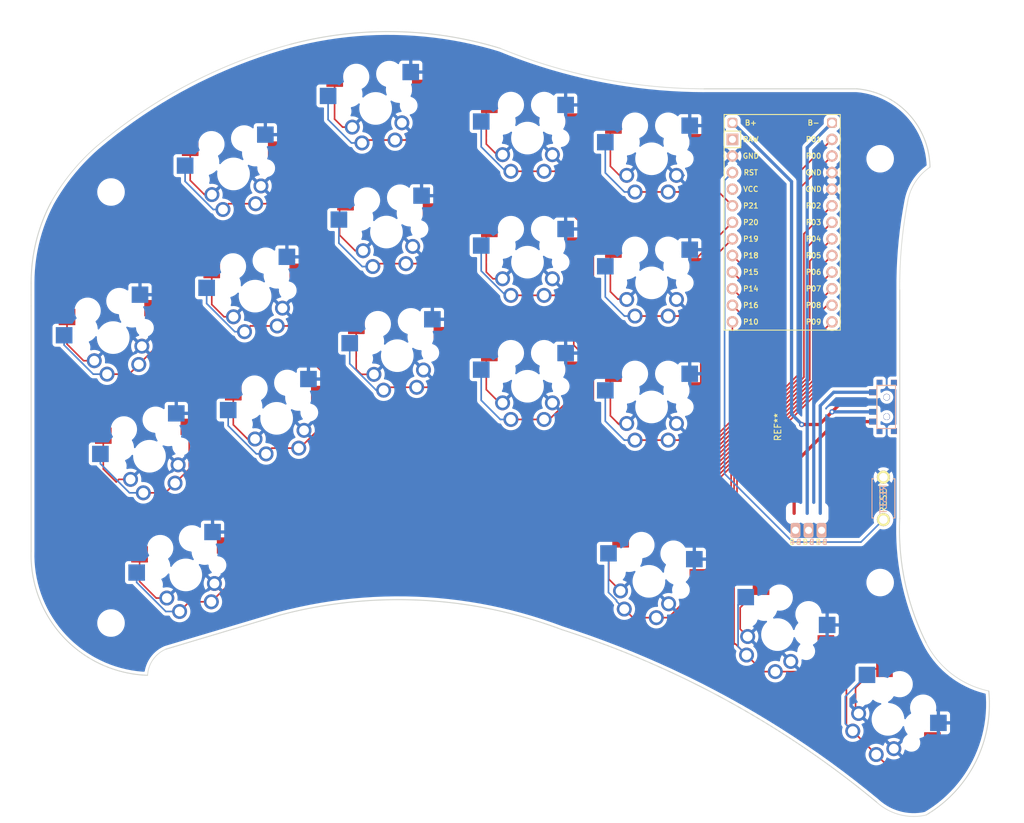
<source format=kicad_pcb>
(kicad_pcb (version 20211014) (generator pcbnew)
  (title_block (title "owl_generated") (rev "v1.0.0") (company "Unknown"))
  (layers (0 "F.Cu" signal) (31 "B.Cu" signal) (34 "B.Paste" user) (35 "F.Paste" user) (36 "B.SilkS" user "B.Silkscreen") (37 "F.SilkS" user "F.Silkscreen") (38 "B.Mask" user) (39 "F.Mask" user) (44 "Edge.Cuts" user))
  (net 0 "")
  (net 1 "P6")
  (net 2 "GND")
  (net 3 "P5")
  (net 4 "P4")
  (net 5 "P3")
  (net 6 "P2")
  (net 7 "P0")
  (net 8 "P1")
  (net 9 "P18")
  (net 10 "P15")
  (net 11 "P14")
  (net 12 "P16")
  (net 13 "P10")
  (net 14 "P19")
  (net 15 "P20")
  (net 16 "P21")
  (net 17 "P7")
  (net 18 "P8")
  (net 19 "P9")
  (net 20 "RAW")
  (net 21 "RST")
  (net 22 "VCC")
  (net 23 "Braw")
  (net 24 "Bplus")
  (net 25 "Bminus")
  (footprint "E73:SPDT_C128955" (layer "F.Cu") (at 169.768682 -74.888168 -90)
    (fp_text reference "T1" hide)
    (fp_text value "" hide)
  )
  (footprint "Library:bat" (layer "F.Cu") (at 157.8 -56)
    (fp_text reference "" hide)
    (fp_text value "" hide)
  )
  (footprint "kbd:ResetSW" (layer "F.Cu") (at 169.268682 -60.888168 -90)
    (fp_text reference "B1" hide)
    (fp_text value "")
  )
  (footprint "MX" (layer "F.Cu") (at 56.889875 -67.339581 17)
    (fp_text reference "S3" hide)
    (fp_text value "" hide)
  )
  (footprint "MX" (layer "F.Cu") (at 153.051105 -40.030285 150)
    (fp_text reference "S34" hide)
    (fp_text value "" hide)
  )
  (footprint "MX" (layer "F.Cu") (at 62.444938 -49.16979 -163)
    (fp_text reference "S2" hide)
    (fp_text value "" hide)
  )
  (footprint "MX" (layer "F.Cu") (at 93.172512 -101.668094 5)
    (fp_text reference "S15" hide)
    (fp_text value "" hide)
  )
  (footprint "Library:ProMicro" (layer "F.Cu") (at 153.768682 -101.888168 -90)
    (fp_text reference "MCU1" hide)
    (fp_text value "" hide)
  )
  (footprint "SMDPad" (layer "F.Cu") (at 168.768682 -112.888168)
    (fp_text reference "MOUNTING_PAD2" hide)
    (fp_text value "" hide)
  )
  (footprint "MX" (layer "F.Cu") (at 133.768682 -93.888168 180)
    (fp_text reference "S28" hide)
    (fp_text value "" hide)
  )
  (footprint "MX" (layer "F.Cu") (at 91.516553 -120.595793 -175)
    (fp_text reference "S18" hide)
    (fp_text value "" hide)
  )
  (footprint "MX" (layer "F.Cu") (at 76.359108 -73.143828 10)
    (fp_text reference "S7" hide)
    (fp_text value "" hide)
  )
  (footprint "SMDPad" (layer "F.Cu") (at 168.768682 -48)
    (fp_text reference "MOUNTING_PAD1" hide)
    (fp_text value "" hide)
  )
  (footprint "MX" (layer "F.Cu") (at 133.768682 -93.888168)
    (fp_text reference "S27" hide)
    (fp_text value "" hide)
  )
  (footprint "MX" (layer "F.Cu") (at 133.768682 -74.888168 180)
    (fp_text reference "S26" hide)
    (fp_text value "" hide)
  )
  (footprint "MX" (layer "F.Cu") (at 133.356349 -48.18812 -15)
    (fp_text reference "S31" hide)
    (fp_text value "" hide)
  )
  (footprint "SMDPad" (layer "F.Cu") (at 51 -41.8 -17)
    (fp_text reference "MOUNTING_PAD4" hide)
    (fp_text value "" hide)
  )
  (footprint "MX" (layer "F.Cu") (at 114.768682 -116.054834 180)
    (fp_text reference "S24" hide)
    (fp_text value "" hide)
  )
  (footprint "MX" (layer "F.Cu") (at 51.334813 -85.509371 17)
    (fp_text reference "S5" hide)
    (fp_text value "" hide)
  )
  (footprint "MX" (layer "F.Cu") (at 73.059792 -91.855176 -170)
    (fp_text reference "S10" hide)
    (fp_text value "" hide)
  )
  (footprint "SMDPad" (layer "F.Cu") (at 51 -107.8 -17)
    (fp_text reference "MOUNTING_PAD3" hide)
    (fp_text value "" hide)
  )
  (footprint "MX" (layer "F.Cu") (at 93.172512 -101.668094 -175)
    (fp_text reference "S16" hide)
    (fp_text value "" hide)
  )
  (footprint "MX" (layer "F.Cu") (at 56.889875 -67.339581 -163)
    (fp_text reference "S4" hide)
    (fp_text value "" hide)
  )
  (footprint "MX" (layer "F.Cu") (at 169.963375 -27.053044 135)
    (fp_text reference "S36" hide)
    (fp_text value "" hide)
  )
  (footprint "MX" (layer "F.Cu") (at 114.768682 -97.054834)
    (fp_text reference "S21" hide)
    (fp_text value "" hide)
  )
  (footprint "MX" (layer "F.Cu") (at 153.051105 -40.030285 -30)
    (fp_text reference "S33" hide)
    (fp_text value "" hide)
  )
  (footprint "MX" (layer "F.Cu") (at 133.768682 -112.888168 180)
    (fp_text reference "S30" hide)
    (fp_text value "" hide)
  )
  (footprint "MX" (layer "F.Cu") (at 133.768682 -74.888168)
    (fp_text reference "S25" hide)
    (fp_text value "" hide)
  )
  (footprint "MX" (layer "F.Cu") (at 114.768682 -116.054834)
    (fp_text reference "S23" hide)
    (fp_text value "" hide)
  )
  (footprint "MX" (layer "F.Cu") (at 69.760477 -110.566523 10)
    (fp_text reference "S11" hide)
    (fp_text value "" hide)
  )
  (footprint "MX" (layer "F.Cu") (at 114.768682 -97.054834 180)
    (fp_text reference "S22" hide)
    (fp_text value "" hide)
  )
  (footprint "MX" (layer "F.Cu") (at 73.059792 -91.855176 10)
    (fp_text reference "S9" hide)
    (fp_text value "" hide)
  )
  (footprint "MX" (layer "F.Cu") (at 133.356349 -48.18812 165)
    (fp_text reference "S32" hide)
    (fp_text value "" hide)
  )
  (footprint "MX" (layer "F.Cu") (at 133.768682 -112.888168)
    (fp_text reference "S29" hide)
    (fp_text value "" hide)
  )
  (footprint "MX" (layer "F.Cu") (at 169.963375 -27.053044 -45)
    (fp_text reference "S35" hide)
    (fp_text value "" hide)
  )
  (footprint "MX" (layer "F.Cu") (at 51.334813 -85.509371 -163)
    (fp_text reference "S6" hide)
    (fp_text value "" hide)
  )
  (footprint "MX" (layer "F.Cu") (at 69.760477 -110.566523 -170)
    (fp_text reference "S12" hide)
    (fp_text value "" hide)
  )
  (footprint "MX" (layer "F.Cu") (at 114.768682 -78.054834 180)
    (fp_text reference "S20" hide)
    (fp_text value "" hide)
  )
  (footprint "MX" (layer "F.Cu") (at 91.516553 -120.595793 5)
    (fp_text reference "S17" hide)
    (fp_text value "" hide)
  )
  (footprint "MX" (layer "F.Cu") (at 62.444938 -49.16979 17)
    (fp_text reference "S1" hide)
    (fp_text value "" hide)
  )
  (footprint "MX" (layer "F.Cu") (at 114.768682 -78.054834)
    (fp_text reference "S19" hide)
    (fp_text value "" hide)
  )
  (footprint "MX" (layer "F.Cu") (at 94.828471 -82.740394 5)
    (fp_text reference "S13" hide)
    (fp_text value "" hide)
  )
  (footprint "MX" (layer "F.Cu") (at 76.359108 -73.143828 -170)
    (fp_text reference "S8" hide)
    (fp_text value "" hide)
  )
  (footprint "E73:SPDT_C128955" (layer "F.Cu") (at 169.768682 -74.888168 -90)
    (fp_text reference "T2" hide)
    (fp_text value "" hide)
  )
  (footprint "Library:battery layout" (layer "F.Cu") (at 153.6 -71.8 90)
    (fp_text reference "REF**")
    (fp_text value "battery layout")
  )
  (footprint "MX" (layer "F.Cu") (at 94.828471 -82.740394 -175)
    (fp_text reference "S14" hide)
    (fp_text value "" hide)
  )
  (gr_arc (start 185.4 -31.4) (mid 179.752958 -34.001135) (end 175.8 -38.8) (layer "Edge.Cuts") (width 0.1))
  (gr_arc (start 171.768682 -92.8) (mid 172.049729 -99.630295) (end 173 -106.4) (layer "Edge.Cuts") (width 0.1))
  (gr_line (start 38.768682 -90.356114) (end 38.768682 -52.8) (layer "Edge.Cuts") (width 0.15))
  (gr_arc (start 76.8 -43) (mid 98.572502 -45.287309) (end 120 -40.8) (layer "Edge.Cuts") (width 0.15))
  (gr_line (start 38.768682 -93.8) (end 38.768682 -92.03172) (layer "Edge.Cuts") (width 0.15))
  (gr_arc (start 141.8 -123.6) (mid 125.899309 -125.186844) (end 110.6 -129.8) (layer "Edge.Cuts") (width 0.1))
  (gr_arc (start 41.8 -106.2) (mid 44.931351 -110.800064) (end 48.8 -114.8) (layer "Edge.Cuts") (width 0.1))
  (gr_arc (start 38.768682 -93.8) (mid 39.521849 -100.1864) (end 41.8 -106.2) (layer "Edge.Cuts") (width 0.15))
  (gr_arc (start 120 -40.8) (mid 145.364718 -29.909068) (end 168.2 -14.4) (layer "Edge.Cuts") (width 0.15))
  (gr_arc (start 175.8 -38.8) (mid 172.573527 -48.043096) (end 171.768682 -57.8) (layer "Edge.Cuts") (width 0.15))
  (gr_arc (start 56.6 -33.8) (mid 43.750353 -39.609512) (end 38.768682 -52.8) (layer "Edge.Cuts") (width 0.15))
  (gr_line (start 59.4 -37.8) (end 76.8 -43) (layer "Edge.Cuts") (width 0.15))
  (gr_arc (start 48.8 -114.8) (mid 62.743036 -124.226035) (end 78.4 -130.4) (layer "Edge.Cuts") (width 0.1))
  (gr_line (start 171.768682 -57.8) (end 171.768682 -92.8) (layer "Edge.Cuts") (width 0.15))
  (gr_arc (start 78.4 -130.4) (mid 94.537786 -132.356495) (end 110.6 -129.8) (layer "Edge.Cuts") (width 0.15))
  (gr_arc (start 175.8 -12.4) (mid 171.752461 -12.459353) (end 168.2 -14.4) (layer "Edge.Cuts") (width 0.1))
  (gr_line (start 38.768682 -90.356114) (end 38.768682 -92.03172) (layer "Edge.Cuts") (width 0.15))
  (gr_arc (start 185.4 -31.4) (mid 183.375531 -20.497626) (end 175.8 -12.4) (layer "Edge.Cuts") (width 0.15))
  (gr_arc (start 173 -106.4) (mid 174.170522 -109.346197) (end 176.4 -111.6) (layer "Edge.Cuts") (width 0.1))
  (gr_arc (start 165.2 -123.6) (mid 173.115141 -119.760798) (end 176.4 -111.6) (layer "Edge.Cuts") (width 0.15))
  (gr_arc (start 56.6 -33.8) (mid 57.428682 -36.199923) (end 59.4 -37.8) (layer "Edge.Cuts") (width 0.1))
  (gr_line (start 165.2 -123.6) (end 141.8 -123.6) (layer "Edge.Cuts") (width 0.15))
  (segment (start 68.477733 -52.122267) (end 70 -50.6) (width 0.25) (layer "F.Cu") (net 1))
  (segment (start 140.800356 -60.6) (end 158.9 -78.699644) (width 0.25) (layer "F.Cu") (net 1))
  (segment (start 68.477733 -54.077733) (end 75 -60.6) (width 0.25) (layer "F.Cu") (net 1))
  (segment (start 158.9 -78.699644) (end 158.9 -93.049486) (width 0.25) (layer "F.Cu") (net 1))
  (segment (start 70 -48.695186) (end 66.3592 -45.054386) (width 0.25) (layer "F.Cu") (net 1))
  (segment (start 158.9 -93.049486) (end 161.388682 -95.538168) (width 0.25) (layer "F.Cu") (net 1))
  (segment (start 66.3592 -45.054386) (end 62.98642 -45.054386) (width 0.25) (layer "F.Cu") (net 1))
  (segment (start 70 -50.6) (end 70 -48.695186) (width 0.25) (layer "F.Cu") (net 1))
  (segment (start 75 -60.6) (end 140.800356 -60.6) (width 0.25) (layer "F.Cu") (net 1))
  (segment (start 62.98642 -45.054386) (end 61.501172 -43.569138) (width 0.25) (layer "F.Cu") (net 1))
  (segment (start 68.477733 -53.670258) (end 68.477733 -54.077733) (width 0.25) (layer "F.Cu") (net 1))
  (segment (start 68.477733 -53.670258) (end 68.477733 -52.122267) (width 0.25) (layer "F.Cu") (net 1))
  (segment (start 59.385108 -43.569138) (end 61.501172 -43.569138) (width 0.25) (layer "B.Cu") (net 1))
  (segment (start 54.926895 -48.027351) (end 59.385108 -43.569138) (width 0.25) (layer "B.Cu") (net 1))
  (segment (start 54.926895 -49.527351) (end 54.926895 -48.027351) (width 0.25) (layer "B.Cu") (net 1))
  (segment (start 127.223545 -48.515995) (end 129.018771 -46.720769) (width 0.25) (layer "F.Cu") (net 2))
  (segment (start 165 -31.876504) (end 165 -28.424317) (width 0.25) (layer "F.Cu") (net 2))
  (segment (start 57.910926 -45.62684) (end 59.544041 -45.62684) (width 0.25) (layer "F.Cu") (net 2))
  (segment (start 129.494996 -110.348168) (end 129.958682 -110.348168) (width 0.25) (layer "F.Cu") (net 2))
  (segment (start 147.338548 -44.157457) (end 150.531785 -47.350694) (width 0.25) (layer "F.Cu") (net 2))
  (segment (start 88.56595 -87.291899) (end 88.541901 -87.26785) (width 0.25) (layer "F.Cu") (net 2))
  (segment (start 148.481548 -39.73558) (end 147.338548 -40.87858) (width 0.25) (layer "F.Cu") (net 2))
  (segment (start 85.229983 -118.970017) (end 86.466605 -117.733395) (width 0.25) (layer "F.Cu") (net 2))
  (segment (start 89.322004 -79.877996) (end 91.254345 -79.877996) (width 0.25) (layer "F.Cu") (net 2))
  (segment (start 128.5 -72.5) (end 128.8 -72.2) (width 0.25) (layer "F.Cu") (net 2))
  (segment (start 86 -105.309608) (end 86 -103.309991) (width 0.25) (layer "F.Cu") (net 2))
  (segment (start 44.262832 -84.50439) (end 46.800801 -81.966421) (width 0.25) (layer "F.Cu") (net 2))
  (segment (start 127.462781 -92.537219) (end 128.6 -91.4) (width 0.25) (layer "F.Cu") (net 2))
  (segment (start 128.651832 -72.348168) (end 129.958682 -72.348168) (width 0.25) (layer "F.Cu") (net 2))
  (segment (start 88.541901 -87.26785) (end 88.541901 -80.658099) (width 0.25) (layer "F.Cu") (net 2))
  (segment (start 127.223545 -52.802378) (end 127.223545 -48.515995) (width 0.25) (layer "F.Cu") (net 2))
  (segment (start 128.5 -72.5) (end 128.651832 -72.348168) (width 0.25) (layer "F.Cu") (net 2))
  (segment (start 108.462781 -120.670933) (end 108.462781 -115.137219) (width 0.25) (layer "F.Cu") (net 2))
  (segment (start 108.462781 -77.547049) (end 110.494996 -75.514834) (width 0.25) (layer "F.Cu") (net 2))
  (segment (start 127.462781 -73.537219) (end 128.5 -72.5) (width 0.25) (layer "F.Cu") (net 2))
  (segment (start 108.926682 -83.134834) (end 108.462781 -82.670933) (width 0.25) (layer "F.Cu") (net 2))
  (segment (start 86.466605 -117.733395) (end 87.942427 -117.733395) (width 0.25) (layer "F.Cu") (net 2))
  (segment (start 69.723728 -77.132199) (end 69.723728 -72.160566) (width 0.25) (layer "F.Cu") (net 2))
  (segment (start 46.800801 -81.966421) (end 48.433916 -81.966421) (width 0.25) (layer "F.Cu") (net 2))
  (segment (start 55.372957 -52.319783) (end 55.372957 -48.164809) (width 0.25) (layer "F.Cu") (net 2))
  (segment (start 65.304846 -107.403512) (end 66.449426 -107.403512) (width 0.25) (layer "F.Cu") (net 2))
  (segment (start 165 -28.424317) (end 165.473247 -27.95107) (width 0.25) (layer "F.Cu") (net 2))
  (segment (start 147.338548 -40.87858) (end 147.338548 -44.157457) (width 0.25) (layer "F.Cu") (net 2))
  (segment (start 129.90685 -91.4) (end 129.958682 -91.348168) (width 0.25) (layer "F.Cu") (net 2))
  (segment (start 127.462781 -79.504267) (end 127.462781 -73.537219) (width 0.25) (layer "F.Cu") (net 2))
  (segment (start 49.817894 -70.489574) (end 49.817894 -65.382106) (width 0.25) (layer "F.Cu") (net 2))
  (segment (start 108.926682 -121.134834) (end 108.462781 -120.670933) (width 0.25) (layer "F.Cu") (net 2))
  (segment (start 127.462781 -111.737219) (end 128.8 -110.4) (width 0.25) (layer "F.Cu") (net 2))
  (segment (start 52.196631 -63.796631) (end 53.988978 -63.796631) (width 0.25) (layer "F.Cu") (net 2))
  (segment (start 85.254032 -125.147298) (end 85.229983 -125.123249) (width 0.25) (layer "F.Cu") (net 2))
  (segment (start 71.903477 -69.980817) (end 73.048057 -69.980817) (width 0.25) (layer "F.Cu") (net 2))
  (segment (start 129.028211 -54.607044) (end 127.223545 -52.802378) (width 0.25) (layer "F.Cu") (net 2))
  (segment (start 110.494996 -75.514834) (end 110.958682 -75.514834) (width 0.25) (layer "F.Cu") (net 2))
  (segment (start 44.262832 -88.659364) (end 44.262832 -84.50439) (width 0.25) (layer "F.Cu") (net 2))
  (segment (start 108.462781 -115.137219) (end 110.085166 -113.514834) (width 0.25) (layer "F.Cu") (net 2))
  (segment (start 109.485166 -94.514834) (end 110.958682 -94.514834) (width 0.25) (layer "F.Cu") (net 2))
  (segment (start 110.085166 -113.514834) (end 110.958682 -113.514834) (width 0.25) (layer "F.Cu") (net 2))
  (segment (start 88.541901 -80.658099) (end 89.322004 -79.877996) (width 0.25) (layer "F.Cu") (net 2))
  (segment (start 127.462781 -98.504267) (end 127.462781 -92.537219) (width 0.25) (layer "F.Cu") (net 2))
  (segment (start 66.424412 -95.843547) (end 66.424412 -90.575588) (width 0.25) (layer "F.Cu") (net 2))
  (segment (start 86 -101.2) (end 88.394304 -98.805696) (width 0.25) (layer "F.Cu") (net 2))
  (segment (start 55.372957 -48.164809) (end 57.910926 -45.62684) (width 0.25) (layer "F.Cu") (net 2))
  (segment (start 108.926682 -102.134834) (end 108.462781 -101.670933) (width 0.25) (layer "F.Cu") (net 2))
  (segment (start 68.307835 -88.692165) (end 69.748741 -88.692165) (width 0.25) (layer "F.Cu") (net 2))
  (segment (start 86.909991 -106.219599) (end 86 -105.309608) (width 0.25) (layer "F.Cu") (net 2))
  (segment (start 169.42456 -34.776064) (end 167.89956 -34.776064) (width 0.25) (layer "F.Cu") (net 2))
  (segment (start 108.462781 -82.670933) (end 108.462781 -77.547049) (width 0.25) (layer "F.Cu") (net 2))
  (segment (start 86 -103.4) (end 86 -101.2) (width 0.25) (layer "F.Cu") (net 2))
  (segment (start 85.229983 -125.123249) (end 85.229983 -118.970017) (width 0.25) (layer "F.Cu") (net 2))
  (segment (start 88.394304 -98.805696) (end 89.598386 -98.805696) (width 0.25) (layer "F.Cu") (net 2))
  (segment (start 128.6 -91.4) (end 129.90685 -91.4) (width 0.25) (layer "F.Cu") (net 2))
  (segment (start 63.125097 -114.554894) (end 63.125097 -109.583261) (width 0.25) (layer "F.Cu") (net 2))
  (segment (start 49.817894 -65.382106) (end 51.8 -63.4) (width 0.25) (layer "F.Cu") (net 2))
  (segment (start 127.926682 -79.968168) (end 127.462781 -79.504267) (width 0.25) (layer "F.Cu") (net 2))
  (segment (start 167.89956 -34.776064) (end 165 -31.876504) (width 0.25) (layer "F.Cu") (net 2))
  (segment (start 127.926682 -98.968168) (end 127.462781 -98.504267) (width 0.25) (layer "F.Cu") (net 2))
  (segment (start 127.926682 -117.968168) (end 127.462781 -117.504267) (width 0.25) (layer "F.Cu") (net 2))
  (segment (start 51.8 -63.4) (end 52.196631 -63.796631) (width 0.25) (layer "F.Cu") (net 2))
  (segment (start 66.424412 -90.575588) (end 68.307835 -88.692165) (width 0.25) (layer "F.Cu") (net 2))
  (segment (start 69.723728 -72.160566) (end 71.903477 -69.980817) (width 0.25) (layer "F.Cu") (net 2))
  (segment (start 108.462781 -95.537219) (end 109.485166 -94.514834) (width 0.25) (layer "F.Cu") (net 2))
  (segment (start 108.462781 -101.670933) (end 108.462781 -95.537219) (width 0.25) (layer "F.Cu") (net 2))
  (segment (start 127.462781 -117.504267) (end 127.462781 -111.737219) (width 0.25) (layer "F.Cu") (net 2))
  (segment (start 63.125097 -109.583261) (end 65.304846 -107.403512) (width 0.25) (layer "F.Cu") (net 2))
  (segment (start 138.748168 -110.348168) (end 137.578682 -110.348168) (width 0.25) (layer "B.Cu") (net 2))
  (segment (start 139.610682 -117.968168) (end 140.074583 -117.504267) (width 0.25) (layer "B.Cu") (net 2))
  (segment (start 62.973804 -65.393844) (end 60.804137 -63.224177) (width 0.25) (layer "F.Cu") (net 3))
  (segment (start 59.318889 -61.738929) (end 55.946109 -61.738929) (width 0.25) (layer "F.Cu") (net 3))
  (segment (start 62.92267 -71.840049) (end 62.973804 -71.788915) (width 0.25) (layer "F.Cu") (net 3))
  (segment (start 158.45 -78.88604) (end 158.45 -95.139486) (width 0.25) (layer "F.Cu") (net 3))
  (segment (start 73.712719 -61.05) (end 140.61396 -61.05) (width 0.25) (layer "F.Cu") (net 3))
  (segment (start 60.804137 -63.224177) (end 59.318889 -61.738929) (width 0.25) (layer "F.Cu") (net 3))
  (segment (start 158.45 -95.139486) (end 161.388682 -98.078168) (width 0.25) (layer "F.Cu") (net 3))
  (segment (start 62.973804 -71.788915) (end 62.973804 -65.393844) (width 0.25) (layer "F.Cu") (net 3))
  (segment (start 62.92267 -71.840049) (end 73.712719 -61.05) (width 0.25) (layer "F.Cu") (net 3))
  (segment (start 140.61396 -61.05) (end 158.45 -78.88604) (width 0.25) (layer "F.Cu") (net 3))
  (segment (start 49.371832 -67.697142) (end 49.371832 -66.197142) (width 0.25) (layer "B.Cu") (net 3))
  (segment (start 49.371832 -66.197142) (end 53.830045 -61.738929) (width 0.25) (layer "B.Cu") (net 3))
  (segment (start 53.830045 -61.738929) (end 55.946109 -61.738929) (width 0.25) (layer "B.Cu") (net 3))
  (segment (start 140.427564 -61.5) (end 158 -79.072436) (width 0.25) (layer "F.Cu") (net 4))
  (segment (start 58.4 -84.544892) (end 55.249075 -81.393967) (width 0.25) (layer "F.Cu") (net 4))
  (segment (start 57.367608 -88.432392) (end 58.4 -87.4) (width 0.25) (layer "F.Cu") (net 4))
  (segment (start 55.249075 -81.393967) (end 53.763827 -79.908719) (width 0.25) (layer "F.Cu") (net 4))
  (segment (start 73.899115 -61.5) (end 140.427564 -61.5) (width 0.25) (layer "F.Cu") (net 4))
  (segment (start 53.763827 -79.908719) (end 50.391047 -79.908719) (width 0.25) (layer "F.Cu") (net 4))
  (segment (start 58.4 -87.4) (end 58.4 -84.544892) (width 0.25) (layer "F.Cu") (net 4))
  (segment (start 158 -97.229486) (end 161.388682 -100.618168) (width 0.25) (layer "F.Cu") (net 4))
  (segment (start 65.4 -81.977447) (end 65.4 -69.999115) (width 0.25) (layer "F.Cu") (net 4))
  (segment (start 65.4 -69.999115) (end 73.899115 -61.5) (width 0.25) (layer "F.Cu") (net 4))
  (segment (start 57.367608 -90.009839) (end 57.367608 -88.432392) (width 0.25) (layer "F.Cu") (net 4))
  (segment (start 57.367608 -90.009839) (end 65.4 -81.977447) (width 0.25) (layer "F.Cu") (net 4))
  (segment (start 158 -79.072436) (end 158 -97.229486) (width 0.25) (layer "F.Cu") (net 4))
  (segment (start 48.274983 -79.908719) (end 50.391047 -79.908719) (width 0.25) (layer "B.Cu") (net 4))
  (segment (start 43.81677 -85.866932) (end 43.81677 -84.366932) (width 0.25) (layer "B.Cu") (net 4))
  (segment (start 43.81677 -84.366932) (end 48.274983 -79.908719) (width 0.25) (layer "B.Cu") (net 4))
  (segment (start 79.742652 -68.582071) (end 75.621962 -68.582071) (width 0.25) (layer "F.Cu") (net 5))
  (segment (start 140.241168 -61.95) (end 157.55 -79.258832) (width 0.25) (layer "F.Cu") (net 5))
  (segment (start 157.55 -99.319486) (end 161.388682 -103.158168) (width 0.25) (layer "F.Cu") (net 5))
  (segment (start 82.895405 -71.571063) (end 79.906413 -68.582071) (width 0.25) (layer "F.Cu") (net 5))
  (segment (start 86.2 -61.95) (end 140.241168 -61.95) (width 0.25) (layer "F.Cu") (net 5))
  (segment (start 82.895405 -65.254595) (end 86.2 -61.95) (width 0.25) (layer "F.Cu") (net 5))
  (segment (start 75.621962 -68.582071) (end 74.739829 -67.699938) (width 0.25) (layer "F.Cu") (net 5))
  (segment (start 79.906413 -68.582071) (end 79.742652 -68.582071) (width 0.25) (layer "F.Cu") (net 5))
  (segment (start 157.55 -79.258832) (end 157.55 -99.319486) (width 0.25) (layer "F.Cu") (net 5))
  (segment (start 82.895405 -76.875537) (end 82.895405 -65.254595) (width 0.25) (layer "F.Cu") (net 5))
  (segment (start 82.895405 -76.875537) (end 82.895405 -71.571063) (width 0.25) (layer "F.Cu") (net 5))
  (segment (start 68.940679 -74.414942) (end 68.940679 -72.012129) (width 0.25) (layer "B.Cu") (net 5))
  (segment (start 73.25287 -67.699938) (end 74.739829 -67.699938) (width 0.25) (layer "B.Cu") (net 5))
  (segment (start 68.940679 -72.012129) (end 73.25287 -67.699938) (width 0.25) (layer "B.Cu") (net 5))
  (segment (start 79.596089 -84.003911) (end 85.2 -78.4) (width 0.25) (layer "F.Cu") (net 6))
  (segment (start 85.2 -78.4) (end 85.2 -63.586396) (width 0.25) (layer "F.Cu") (net 6))
  (segment (start 86.386396 -62.4) (end 140.054772 -62.4) (width 0.25) (layer "F.Cu") (net 6))
  (segment (start 140.054772 -62.4) (end 157.1 -79.445228) (width 0.25) (layer "F.Cu") (net 6))
  (segment (start 76.443336 -87.293419) (end 72.322646 -87.293419) (width 0.25) (layer "F.Cu") (net 6))
  (segment (start 78.059782 -87.293419) (end 76.443336 -87.293419) (width 0.25) (layer "F.Cu") (net 6))
  (segment (start 72.322646 -87.293419) (end 71.440513 -86.411286) (width 0.25) (layer "F.Cu") (net 6))
  (segment (start 79.596089 -95.586885) (end 79.596089 -84.003911) (width 0.25) (layer "F.Cu") (net 6))
  (segment (start 157.1 -101.409486) (end 161.388682 -105.698168) (width 0.25) (layer "F.Cu") (net 6))
  (segment (start 79.596089 -88.829726) (end 78.059782 -87.293419) (width 0.25) (layer "F.Cu") (net 6))
  (segment (start 85.2 -63.586396) (end 86.386396 -62.4) (width 0.25) (layer "F.Cu") (net 6))
  (segment (start 79.596089 -95.586885) (end 79.596089 -88.829726) (width 0.25) (layer "F.Cu") (net 6))
  (segment (start 157.1 -79.445228) (end 157.1 -101.409486) (width 0.25) (layer "F.Cu") (net 6))
  (segment (start 65.641363 -90.723477) (end 69.953554 -86.411286) (width 0.25) (layer "B.Cu") (net 6))
  (segment (start 69.953554 -86.411286) (end 71.440513 -86.411286) (width 0.25) (layer "B.Cu") (net 6))
  (segment (start 65.641363 -93.12629) (end 65.641363 -90.723477) (width 0.25) (layer "B.Cu") (net 6))
  (segment (start 76.296774 -105.303226) (end 82 -99.6) (width 0.25) (layer "F.Cu") (net 7))
  (segment (start 156.6 -108.529486) (end 161.388682 -113.318168) (width 0.25) (layer "F.Cu") (net 7))
  (segment (start 76.296774 -114.298232) (end 76.296774 -105.303226) (width 0.25) (layer "F.Cu") (net 7))
  (segment (start 76.296774 -107.541073) (end 74.760467 -106.004766) (width 0.25) (layer "F.Cu") (net 7))
  (segment (start 139.868376 -62.85) (end 156.6 -79.581624) (width 0.25) (layer "F.Cu") (net 7))
  (segment (start 82 -82.236396) (end 85.65 -78.586396) (width 0.25) (layer "F.Cu") (net 7))
  (segment (start 74.760467 -106.004766) (end 73.144021 -106.004766) (width 0.25) (layer "F.Cu") (net 7))
  (segment (start 86.572792 -62.85) (end 139.868376 -62.85) (width 0.25) (layer "F.Cu") (net 7))
  (segment (start 85.65 -63.772792) (end 86.572792 -62.85) (width 0.25) (layer "F.Cu") (net 7))
  (segment (start 82 -99.6) (end 82 -82.236396) (width 0.25) (layer "F.Cu") (net 7))
  (segment (start 85.65 -78.586396) (end 85.65 -63.772792) (width 0.25) (layer "F.Cu") (net 7))
  (segment (start 69.023331 -106.004766) (end 68.141198 -105.122633) (width 0.25) (layer "F.Cu") (net 7))
  (segment (start 76.296774 -114.298232) (end 76.296774 -107.541073) (width 0.25) (layer "F.Cu") (net 7))
  (segment (start 156.6 -79.581624) (end 156.6 -108.529486) (width 0.25) (layer "F.Cu") (net 7))
  (segment (start 73.144021 -106.004766) (end 69.023331 -106.004766) (width 0.25) (layer "F.Cu") (net 7))
  (segment (start 62.342048 -111.837637) (end 62.342048 -109.434824) (width 0.25) (layer "B.Cu") (net 7))
  (segment (start 62.342048 -109.434824) (end 66.654239 -105.122633) (width 0.25) (layer "B.Cu") (net 7))
  (segment (start 66.654239 -105.122633) (end 68.141198 -105.122633) (width 0.25) (layer "B.Cu") (net 7))
  (segment (start 93.18364 -77.901101) (end 92.740888 -77.458349) (width 0.25) (layer "F.Cu") (net 8))
  (segment (start 101.665135 -80.148233) (end 99.418003 -77.901101) (width 0.25) (layer "F.Cu") (net 8))
  (segment (start 156.15 -79.76802) (end 156.15 -110.619486) (width 0.25) (layer "F.Cu") (net 8))
  (segment (start 106.6 -63.3) (end 139.68198 -63.3) (width 0.25) (layer "F.Cu") (net 8))
  (segment (start 97.801557 -77.901101) (end 93.18364 -77.901101) (width 0.25) (layer "F.Cu") (net 8))
  (segment (start 99.418003 -77.901101) (end 97.801557 -77.901101) (width 0.25) (layer "F.Cu") (net 8))
  (segment (start 101.665135 -85.888227) (end 101.665135 -68.234865) (width 0.25) (layer "F.Cu") (net 8))
  (segment (start 156.15 -110.619486) (end 161.388682 -115.858168) (width 0.25) (layer "F.Cu") (net 8))
  (segment (start 139.68198 -63.3) (end 156.15 -79.76802) (width 0.25) (layer "F.Cu") (net 8))
  (segment (start 101.665135 -85.888227) (end 101.665135 -80.148233) (width 0.25) (layer "F.Cu") (net 8))
  (segment (start 101.665135 -68.234865) (end 106.6 -63.3) (width 0.25) (layer "F.Cu") (net 8))
  (segment (start 87.549056 -81.507219) (end 91.597926 -77.458349) (width 0.25) (layer "B.Cu") (net 8))
  (segment (start 87.549056 -84.65323) (end 87.549056 -81.507219) (width 0.25) (layer "B.Cu") (net 8))
  (segment (start 91.597926 -77.458349) (end 92.740888 -77.458349) (width 0.25) (layer "B.Cu") (net 8))
  (segment (start 149.15 -95.07685) (end 146.148682 -98.078168) (width 0.25) (layer "F.Cu") (net 9))
  (segment (start 149.15 -73.404416) (end 149.15 -95.07685) (width 0.25) (layer "F.Cu") (net 9))
  (segment (start 139.495584 -63.75) (end 149.15 -73.404416) (width 0.25) (layer "F.Cu") (net 9))
  (segment (start 100.009176 -104.815927) (end 100.009176 -99.075933) (width 0.25) (layer "F.Cu") (net 9))
  (segment (start 100.009176 -92.390824) (end 104 -88.4) (width 0.25) (layer "F.Cu") (net 9))
  (segment (start 97.762044 -96.828801) (end 96.145598 -96.828801) (width 0.25) (layer "F.Cu") (net 9))
  (segment (start 106.786396 -63.75) (end 139.495584 -63.75) (width 0.25) (layer "F.Cu") (net 9))
  (segment (start 104 -88.4) (end 104 -66.536396) (width 0.25) (layer "F.Cu") (net 9))
  (segment (start 96.145598 -96.828801) (end 91.527681 -96.828801) (width 0.25) (layer "F.Cu") (net 9))
  (segment (start 100.009176 -104.815927) (end 100.009176 -92.390824) (width 0.25) (layer "F.Cu") (net 9))
  (segment (start 100.009176 -99.075933) (end 97.762044 -96.828801) (width 0.25) (layer "F.Cu") (net 9))
  (segment (start 91.527681 -96.828801) (end 91.084929 -96.386049) (width 0.25) (layer "F.Cu") (net 9))
  (segment (start 104 -66.536396) (end 106.786396 -63.75) (width 0.25) (layer "F.Cu") (net 9))
  (segment (start 89.468483 -96.386049) (end 91.084929 -96.386049) (width 0.25) (layer "B.Cu") (net 9))
  (segment (start 85.893097 -99.961435) (end 89.468483 -96.386049) (width 0.25) (layer "B.Cu") (net 9))
  (segment (start 85.893097 -103.58093) (end 85.893097 -99.961435) (width 0.25) (layer "B.Cu") (net 9))
  (segment (start 106.972792 -64.2) (end 139.309188 -64.2) (width 0.25) (layer "F.Cu") (net 10))
  (segment (start 148.7 -92.98685) (end 146.148682 -95.538168) (width 0.25) (layer "F.Cu") (net 10))
  (segment (start 104.45 -66.722792) (end 106.972792 -64.2) (width 0.25) (layer "F.Cu") (net 10))
  (segment (start 96.106085 -115.7565) (end 94.489639 -115.7565) (width 0.25) (layer "F.Cu") (net 10))
  (segment (start 102 -109.04813) (end 102 -91.036396) (width 0.25) (layer "F.Cu") (net 10))
  (segment (start 94.489639 -115.7565) (end 89.871722 -115.7565) (width 0.25) (layer "F.Cu") (net 10))
  (segment (start 98.353217 -123.743626) (end 98.353217 -112.694913) (width 0.25) (layer "F.Cu") (net 10))
  (segment (start 98.353217 -118.003632) (end 96.106085 -115.7565) (width 0.25) (layer "F.Cu") (net 10))
  (segment (start 104.45 -88.586396) (end 104.45 -66.722792) (width 0.25) (layer "F.Cu") (net 10))
  (segment (start 148.7 -73.590812) (end 148.7 -92.98685) (width 0.25) (layer "F.Cu") (net 10))
  (segment (start 98.353217 -123.743626) (end 98.353217 -118.003632) (width 0.25) (layer "F.Cu") (net 10))
  (segment (start 98.353217 -112.694913) (end 102 -109.04813) (width 0.25) (layer "F.Cu") (net 10))
  (segment (start 89.871722 -115.7565) (end 89.42897 -115.313748) (width 0.25) (layer "F.Cu") (net 10))
  (segment (start 139.309188 -64.2) (end 148.7 -73.590812) (width 0.25) (layer "F.Cu") (net 10))
  (segment (start 102 -91.036396) (end 104.45 -88.586396) (width 0.25) (layer "F.Cu") (net 10))
  (segment (start 87.812524 -115.313748) (end 89.42897 -115.313748) (width 0.25) (layer "B.Cu") (net 10))
  (segment (start 84.237138 -122.508629) (end 84.237138 -118.889134) (width 0.25) (layer "B.Cu") (net 10))
  (segment (start 84.237138 -118.889134) (end 87.812524 -115.313748) (width 0.25) (layer "B.Cu") (net 10))
  (segment (start 148.25 -90.89685) (end 146.148682 -92.998168) (width 0.25) (layer "F.Cu") (net 11))
  (segment (start 117.308682 -72.974834) (end 112.228682 -72.974834) (width 0.25) (layer "F.Cu") (net 11))
  (segment (start 126.4 -64.65) (end 139.122792 -64.65) (width 0.25) (layer "F.Cu") (net 11))
  (segment (start 118.114748 -72.974834) (end 117.308682 -72.974834) (width 0.25) (layer "F.Cu") (net 11))
  (segment (start 121.853682 -80.594834) (end 121.853682 -69.196318) (width 0.25) (layer "F.Cu") (net 11))
  (segment (start 121.853682 -76.713768) (end 118.114748 -72.974834) (width 0.25) (layer "F.Cu") (net 11))
  (segment (start 139.122792 -64.65) (end 148.25 -73.777208) (width 0.25) (layer "F.Cu") (net 11))
  (segment (start 148.25 -73.777208) (end 148.25 -90.89685) (width 0.25) (layer "F.Cu") (net 11))
  (segment (start 121.853682 -80.594834) (end 121.853682 -76.713768) (width 0.25) (layer "F.Cu") (net 11))
  (segment (start 121.853682 -69.196318) (end 126.4 -64.65) (width 0.25) (layer "F.Cu") (net 11))
  (segment (start 107.683682 -75.903388) (end 110.612236 -72.974834) (width 0.25) (layer "B.Cu") (net 11))
  (segment (start 110.612236 -72.974834) (end 112.228682 -72.974834) (width 0.25) (layer "B.Cu") (net 11))
  (segment (start 107.683682 -80.594834) (end 107.683682 -75.903388) (width 0.25) (layer "B.Cu") (net 11))
  (segment (start 124.4 -67.286396) (end 126.586396 -65.1) (width 0.25) (layer "F.Cu") (net 12))
  (segment (start 121.853682 -99.594834) (end 121.853682 -94.903388) (width 0.25) (layer "F.Cu") (net 12))
  (segment (start 118.925128 -91.974834) (end 117.308682 -91.974834) (width 0.25) (layer "F.Cu") (net 12))
  (segment (start 121.853682 -99.594834) (end 121.853682 -84.346318) (width 0.25) (layer "F.Cu") (net 12))
  (segment (start 147.8 -73.963604) (end 147.8 -88.80685) (width 0.25) (layer "F.Cu") (net 12))
  (segment (start 121.853682 -84.346318) (end 124.4 -81.8) (width 0.25) (layer "F.Cu") (net 12))
  (segment (start 147.8 -88.80685) (end 146.148682 -90.458168) (width 0.25) (layer "F.Cu") (net 12))
  (segment (start 124.4 -81.8) (end 124.4 -67.286396) (width 0.25) (layer "F.Cu") (net 12))
  (segment (start 126.586396 -65.1) (end 138.936396 -65.1) (width 0.25) (layer "F.Cu") (net 12))
  (segment (start 121.853682 -94.903388) (end 118.925128 -91.974834) (width 0.25) (layer "F.Cu") (net 12))
  (segment (start 117.308682 -91.974834) (end 112.228682 -91.974834) (width 0.25) (layer "F.Cu") (net 12))
  (segment (start 138.936396 -65.1) (end 147.8 -73.963604) (width 0.25) (layer "F.Cu") (net 12))
  (segment (start 111.422616 -91.974834) (end 112.228682 -91.974834) (width 0.25) (layer "B.Cu") (net 12))
  (segment (start 107.683682 -99.594834) (end 107.683682 -95.713768) (width 0.25) (layer "B.Cu") (net 12))
  (segment (start 107.683682 -95.713768) (end 111.422616 -91.974834) (width 0.25) (layer "B.Cu") (net 12))
  (segment (start 121.853682 -104.146318) (end 124.85 -101.15) (width 0.25) (layer "F.Cu") (net 13))
  (segment (start 124.85 -101.15) (end 124.85 -67.472792) (width 0.25) (layer "F.Cu") (net 13))
  (segment (start 126.772792 -65.55) (end 138.75 -65.55) (width 0.25) (layer "F.Cu") (net 13))
  (segment (start 121.853682 -118.594834) (end 121.853682 -104.146318) (width 0.25) (layer "F.Cu") (net 13))
  (segment (start 138.75 -65.55) (end 146.148682 -72.948682) (width 0.25) (layer "F.Cu") (net 13))
  (segment (start 121.853682 -113.903388) (end 118.925128 -110.974834) (width 0.25) (layer "F.Cu") (net 13))
  (segment (start 146.148682 -72.948682) (end 146.148682 -87.918168) (width 0.25) (layer "F.Cu") (net 13))
  (segment (start 118.925128 -110.974834) (end 117.308682 -110.974834) (width 0.25) (layer "F.Cu") (net 13))
  (segment (start 124.85 -67.472792) (end 126.772792 -65.55) (width 0.25) (layer "F.Cu") (net 13))
  (segment (start 117.308682 -110.974834) (end 112.228682 -110.974834) (width 0.25) (layer "F.Cu") (net 13))
  (segment (start 121.853682 -118.594834) (end 121.853682 -113.903388) (width 0.25) (layer "F.Cu") (net 13))
  (segment (start 107.683682 -118.594834) (end 107.683682 -114.713768) (width 0.25) (layer "B.Cu") (net 13))
  (segment (start 111.422616 -110.974834) (end 112.228682 -110.974834) (width 0.25) (layer "B.Cu") (net 13))
  (segment (start 107.683682 -114.713768) (end 111.422616 -110.974834) (width 0.25) (layer "B.Cu") (net 13))
  (segment (start 143.8 -98.269486) (end 146.148682 -100.618168) (width 0.25) (layer "F.Cu") (net 14))
  (segment (start 141.303682 -77.878168) (end 141.303682 -89.103682) (width 0.25) (layer "F.Cu") (net 14))
  (segment (start 137.925128 -69.808168) (end 136.308682 -69.808168) (width 0.25) (layer "F.Cu") (net 14))
  (segment (start 140.853682 -72.736722) (end 137.925128 -69.808168) (width 0.25) (layer "F.Cu") (net 14))
  (segment (start 141.303682 -89.103682) (end 143.8 -91.6) (width 0.25) (layer "F.Cu") (net 14))
  (segment (start 143.8 -91.6) (end 143.8 -98.269486) (width 0.25) (layer "F.Cu") (net 14))
  (segment (start 136.308682 -69.808168) (end 131.228682 -69.808168) (width 0.25) (layer "F.Cu") (net 14))
  (segment (start 140.853682 -77.428168) (end 141.303682 -77.878168) (width 0.25) (layer "F.Cu") (net 14))
  (segment (start 140.853682 -77.428168) (end 140.853682 -72.736722) (width 0.25) (layer "F.Cu") (net 14))
  (segment (start 126.683682 -72.716318) (end 129.591832 -69.808168) (width 0.25) (layer "B.Cu") (net 14))
  (segment (start 129.591832 -69.808168) (end 131.228682 -69.808168) (width 0.25) (layer "B.Cu") (net 14))
  (segment (start 126.683682 -77.428168) (end 126.683682 -72.716318) (width 0.25) (layer "B.Cu") (net 14))
  (segment (start 140.853682 -96.428168) (end 140.853682 -91.736722) (width 0.25) (layer "F.Cu") (net 15))
  (segment (start 136.308682 -88.808168) (end 131.228682 -88.808168) (width 0.25) (layer "F.Cu") (net 15))
  (segment (start 140.853682 -97.863168) (end 146.148682 -103.158168) (width 0.25) (layer "F.Cu") (net 15))
  (segment (start 140.853682 -91.736722) (end 137.925128 -88.808168) (width 0.25) (layer "F.Cu") (net 15))
  (segment (start 137.925128 -88.808168) (end 136.308682 -88.808168) (width 0.25) (layer "F.Cu") (net 15))
  (segment (start 140.853682 -96.428168) (end 140.853682 -97.863168) (width 0.25) (layer "F.Cu") (net 15))
  (segment (start 126.683682 -96.428168) (end 126.683682 -91.736722) (width 0.25) (layer "B.Cu") (net 15))
  (segment (start 126.683682 -91.736722) (end 129.612236 -88.808168) (width 0.25) (layer "B.Cu") (net 15))
  (segment (start 129.612236 -88.808168) (end 131.228682 -88.808168) (width 0.25) (layer "B.Cu") (net 15))
  (segment (start 140.853682 -110.736722) (end 137.925128 -107.808168) (width 0.25) (layer "F.Cu") (net 16))
  (segment (start 140.853682 -110.993168) (end 146.148682 -105.698168) (width 0.25) (layer "F.Cu") (net 16))
  (segment (start 137.925128 -107.808168) (end 136.308682 -107.808168) (width 0.25) (layer "F.Cu") (net 16))
  (segment (start 136.308682 -107.808168) (end 131.228682 -107.808168) (width 0.25) (layer "F.Cu") (net 16))
  (segment (start 140.853682 -115.428168) (end 140.853682 -110.736722) (width 0.25) (layer "F.Cu") (net 16))
  (segment (start 140.853682 -115.428168) (end 140.853682 -110.993168) (width 0.25) (layer "F.Cu") (net 16))
  (segment (start 126.683682 -110.736722) (end 129.612236 -107.808168) (width 0.25) (layer "B.Cu") (net 16))
  (segment (start 126.683682 -115.428168) (end 126.683682 -110.736722) (width 0.25) (layer "B.Cu") (net 16))
  (segment (start 129.612236 -107.808168) (end 131.228682 -107.808168) (width 0.25) (layer "B.Cu") (net 16))
  (segment (start 145.95 -53.875505) (end 145.95 -65.113248) (width 0.25) (layer "F.Cu") (net 17))
  (segment (start 159.35 -90.959486) (end 161.388682 -92.998168) (width 0.25) (layer "F.Cu") (net 17))
  (segment (start 145.95 -65.113248) (end 159.35 -78.513248) (width 0.25) (layer "F.Cu") (net 17))
  (segment (start 140.882334 -48.807839) (end 145.95 -53.875505) (width 0.25) (layer "F.Cu") (net 17))
  (segment (start 136.33044 -42.623816) (end 134.495 -42.623816) (width 0.25) (layer "F.Cu") (net 17))
  (segment (start 130.902898 -42.623816) (end 129.588097 -43.938617) (width 0.25) (layer "F.Cu") (net 17))
  (segment (start 140.857334 -48.807839) (end 140.882334 -48.807839) (width 0.25) (layer "F.Cu") (net 17))
  (segment (start 140.857334 -47.15071) (end 136.33044 -42.623816) (width 0.25) (layer "F.Cu") (net 17))
  (segment (start 140.857334 -48.807839) (end 140.857334 -47.15071) (width 0.25) (layer "F.Cu") (net 17))
  (segment (start 159.35 -78.513248) (end 159.35 -90.959486) (width 0.25) (layer "F.Cu") (net 17))
  (segment (start 134.495 -42.623816) (end 130.902898 -42.623816) (width 0.25) (layer "F.Cu") (net 17))
  (segment (start 127.170165 -52.475305) (end 127.170165 -46.493309) (width 0.25) (layer "B.Cu") (net 17))
  (segment (start 127.170165 -46.493309) (end 128.410705 -45.252769) (width 0.25) (layer "B.Cu") (net 17))
  (segment (start 128.410705 -45.116009) (end 129.588097 -43.938617) (width 0.25) (layer "B.Cu") (net 17))
  (segment (start 128.410705 -45.252769) (end 128.410705 -45.116009) (width 0.25) (layer "B.Cu") (net 17))
  (segment (start 150.8514 -34.360876) (end 148.3114 -36.900876) (width 0.25) (layer "F.Cu") (net 18))
  (segment (start 146.4 -38.6) (end 146.4 -64.926852) (width 0.25) (layer "F.Cu") (net 18))
  (segment (start 157.2 -33.6) (end 156.439124 -34.360876) (width 0.25) (layer "F.Cu") (net 18))
  (segment (start 156.439124 -34.360876) (end 152.71081 -34.360876) (width 0.25) (layer "F.Cu") (net 18))
  (segment (start 159.8 -78.326852) (end 159.8 -89.6) (width 0.25) (layer "F.Cu") (net 18))
  (segment (start 159.8 -89.6) (end 160.658168 -90.458168) (width 0.25) (layer "F.Cu") (net 18))
  (segment (start 160.658168 -90.458168) (end 161.388682 -90.458168) (width 0.25) (layer "F.Cu") (net 18))
  (segment (start 148.3114 -36.900876) (end 146.612276 -38.6) (width 0.25) (layer "F.Cu") (net 18))
  (segment (start 160.456895 -38.68749) (end 160.456895 -36.856895) (width 0.25) (layer "F.Cu") (net 18))
  (segment (start 146.612276 -38.6) (end 146.4 -38.6) (width 0.25) (layer "F.Cu") (net 18))
  (segment (start 146.4 -64.926852) (end 159.8 -78.326852) (width 0.25) (layer "F.Cu") (net 18))
  (segment (start 160.456895 -36.856895) (end 157.2 -33.6) (width 0.25) (layer "F.Cu") (net 18))
  (segment (start 152.71081 -34.360876) (end 150.8514 -34.360876) (width 0.25) (layer "F.Cu") (net 18))
  (segment (start 147.013548 -38.198728) (end 148.3114 -36.900876) (width 0.25) (layer "B.Cu") (net 18))
  (segment (start 147.013548 -44.600723) (end 147.013548 -38.198728) (width 0.25) (layer "B.Cu") (net 18))
  (segment (start 148.185315 -45.77249) (end 147.013548 -44.600723) (width 0.25) (layer "B.Cu") (net 18))
  (segment (start 168.167324 -21.66489) (end 164.575221 -25.256993) (width 0.25) (layer "F.Cu") (net 19))
  (segment (start 163.6 -26.232214) (end 163.6 -42.8) (width 0.25) (layer "F.Cu") (net 19))
  (segment (start 163.6 -42.8) (end 146.85 -59.55) (width 0.25) (layer "F.Cu") (net 19))
  (segment (start 160.25 -78.140456) (end 160.25 -86.779486) (width 0.25) (layer "F.Cu") (net 19))
  (segment (start 160.25 -86.779486) (end 161.388682 -87.918168) (width 0.25) (layer "F.Cu") (net 19))
  (segment (start 173.451924 -20.52189) (end 169.310324 -20.52189) (width 0.25) (layer "F.Cu") (net 19))
  (segment (start 169.310324 -20.52189) (end 168.167324 -21.66489) (width 0.25) (layer "F.Cu") (net 19))
  (segment (start 146.85 -59.55) (end 146.85 -64.740456) (width 0.25) (layer "F.Cu") (net 19))
  (segment (start 146.85 -64.740456) (end 160.25 -78.140456) (width 0.25) (layer "F.Cu") (net 19))
  (segment (start 164.575221 -25.256993) (end 163.6 -26.232214) (width 0.25) (layer "F.Cu") (net 19))
  (segment (start 176.769278 -23.839244) (end 173.451924 -20.52189) (width 0.25) (layer "F.Cu") (net 19))
  (segment (start 166.749575 -33.858947) (end 163.432221 -30.541593) (width 0.25) (layer "B.Cu") (net 19))
  (segment (start 163.432221 -26.399993) (end 164.575221 -25.256993) (width 0.25) (layer "B.Cu") (net 19))
  (segment (start 163.432221 -30.541593) (end 163.432221 -26.399993) (width 0.25) (layer "B.Cu") (net 19))
  (segment (start 165.830514 -54.2) (end 169.268682 -57.638168) (width 0.25) (layer "B.Cu") (net 21))
  (segment (start 146.148682 -110.778168) (end 144.947382 -109.576868) (width 0.25) (layer "B.Cu") (net 21))
  (segment (start 144.947382 -64.652618) (end 155.4 -54.2) (width 0.25) (layer "B.Cu") (net 21))
  (segment (start 144.947382 -109.576868) (end 144.947382 -64.652618) (width 0.25) (layer "B.Cu") (net 21))
  (segment (start 155.4 -54.2) (end 165.830514 -54.2) (width 0.25) (layer "B.Cu") (net 21))
  (segment (start 162.038168 -72.638168) (end 159.6 -70.2) (width 0.5) (layer "F.Cu") (net 23))
  (segment (start 167.693682 -72.638168) (end 162.038168 -72.638168) (width 0.5) (layer "F.Cu") (net 23))
  (segment (start 159.6 -70.2) (end 155.6 -66.2) (width 0.5) (layer "F.Cu") (net 23))
  (segment (start 155.6 -66.2) (end 155.6 -58.6) (width 0.5) (layer "F.Cu") (net 23))
  (segment (start 159.6 -58.6) (end 159.6 -70.2) (width 0.25) (layer "F.Cu") (net 23))
  (segment (start 161.65975 -77.138168) (end 167.693682 -77.138168) (width 0.5) (layer "B.Cu") (net 23))
  (segment (start 159.6 -75.078418) (end 161.65975 -77.138168) (width 0.5) (layer "B.Cu") (net 23))
  (segment (start 159.6 -58.6) (end 159.6 -75.078418) (width 0.5) (layer "B.Cu") (net 23))
  (segment (start 161.4 -74.138168) (end 159.461832 -72.2) (width 0.5) (layer "F.Cu") (net 24))
  (segment (start 159.461832 -72.2) (end 156.7505 -72.2) (width 0.5) (layer "F.Cu") (net 24))
  (segment (start 161.4 -74.138168) (end 162.9 -75.638168) (width 0.5) (layer "F.Cu") (net 24))
  (segment (start 162.9 -75.638168) (end 167.693682 -75.638168) (width 0.5) (layer "F.Cu") (net 24))
  (via (at 161.4 -74.138168) (size 0.8) (drill 0.4) (layers "F.Cu" "B.Cu") (net 24))
  (via (at 156.7505 -72.2) (size 0.8) (drill 0.4) (layers "F.Cu" "B.Cu") (net 24))
  (segment (start 146.201832 -118.398168) (end 155.2 -109.4) (width 0.5) (layer "B.Cu") (net 24))
  (segment (start 155.2 -109.4) (end 155.2 -73.8) (width 0.5) (layer "B.Cu") (net 24))
  (segment (start 146.148682 -118.398168) (end 146.201832 -118.398168) (width 0.25) (layer "B.Cu") (net 24))
  (segment (start 161.4 -74.138168) (end 167.693682 -74.138168) (width 0.5) (layer "B.Cu") (net 24))
  (segment (start 155.2 -73.8) (end 156.8 -72.2) (width 0.5) (layer "B.Cu") (net 24))
  (segment (start 161.388682 -118.388682) (end 157.6 -114.6) (width 0.5) (layer "B.Cu") (net 25))
  (segment (start 161.388682 -118.398168) (end 161.388682 -118.388682) (width 0.5) (layer "B.Cu") (net 25))
  (segment (start 157.6 -114.6) (end 157.6 -58.6) (width 0.5) (layer "B.Cu") (net 25))
  (zone (net 2) (net_name "GND") (layer "B.Cu") (name "GND") (connect_pads (clearance 0.508)) (min_thickness 0.254) (fill yes (thermal_gap 0.508) (thermal_bridge_width 0.508))
    (polygon (pts (xy 190.8 -11.2) (xy 34 -11.2) (xy 34 -137.2) (xy 190.8 -137.2)))
  )
)
</source>
